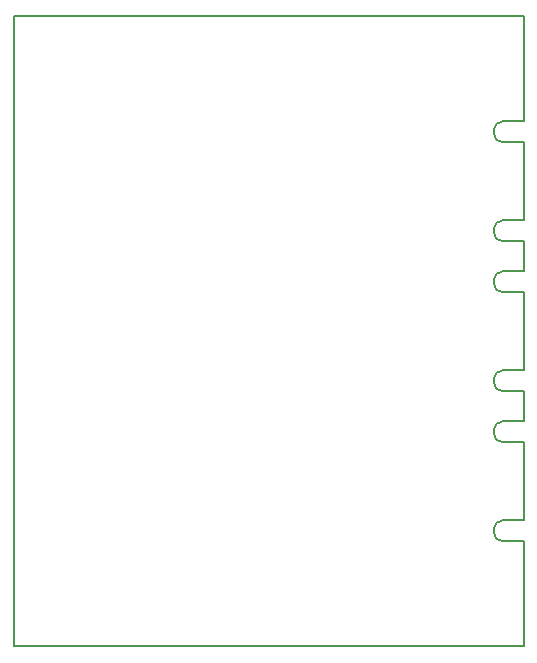
<source format=gm1>
G04 #@! TF.FileFunction,Profile,NP*
%FSLAX46Y46*%
G04 Gerber Fmt 4.6, Leading zero omitted, Abs format (unit mm)*
G04 Created by KiCad (PCBNEW 4.0.4-stable) date 12/09/17 18:10:45*
%MOMM*%
%LPD*%
G01*
G04 APERTURE LIST*
%ADD10C,0.100000*%
%ADD11C,0.150000*%
G04 APERTURE END LIST*
D10*
D11*
X157480000Y-93726000D02*
X157480000Y-93472000D01*
X157480000Y-81026000D02*
X157480000Y-80772000D01*
X157480000Y-89408000D02*
X157480000Y-89154000D01*
X157480000Y-102108000D02*
X157480000Y-101854000D01*
X157480000Y-106426000D02*
X157480000Y-106172000D01*
X157480000Y-114554000D02*
X157480000Y-114808000D01*
X157480000Y-114808000D02*
G75*
G03X158242000Y-115570000I762000J0D01*
G01*
X158242000Y-113792000D02*
G75*
G03X157480000Y-114554000I0J-762000D01*
G01*
X157480000Y-106426000D02*
G75*
G03X158242000Y-107188000I762000J0D01*
G01*
X158242000Y-105410000D02*
G75*
G03X157480000Y-106172000I0J-762000D01*
G01*
X157480000Y-102108000D02*
G75*
G03X158242000Y-102870000I762000J0D01*
G01*
X158242000Y-101092000D02*
G75*
G03X157480000Y-101854000I0J-762000D01*
G01*
X157480000Y-93726000D02*
G75*
G03X158242000Y-94488000I762000J0D01*
G01*
X158242000Y-92710000D02*
G75*
G03X157480000Y-93472000I0J-762000D01*
G01*
X157480000Y-89408000D02*
G75*
G03X158242000Y-90170000I762000J0D01*
G01*
X158242000Y-88392000D02*
G75*
G03X157480000Y-89154000I0J-762000D01*
G01*
X157480000Y-81026000D02*
G75*
G03X158242000Y-81788000I762000J0D01*
G01*
X158242000Y-80010000D02*
G75*
G03X157480000Y-80772000I0J-762000D01*
G01*
X160020000Y-115570000D02*
X160020000Y-124460000D01*
X160020000Y-107188000D02*
X160020000Y-113792000D01*
X160020000Y-102870000D02*
X160020000Y-105410000D01*
X160020000Y-94488000D02*
X160020000Y-101092000D01*
X160020000Y-90170000D02*
X160020000Y-92710000D01*
X160020000Y-81788000D02*
X160020000Y-88392000D01*
X160020000Y-71120000D02*
X160020000Y-80010000D01*
X160020000Y-115570000D02*
X158242000Y-115570000D01*
X160020000Y-113792000D02*
X158242000Y-113792000D01*
X160020000Y-107188000D02*
X158242000Y-107188000D01*
X160020000Y-105410000D02*
X158242000Y-105410000D01*
X160020000Y-102870000D02*
X158242000Y-102870000D01*
X160020000Y-101092000D02*
X158242000Y-101092000D01*
X160020000Y-90170000D02*
X158242000Y-90170000D01*
X160020000Y-80010000D02*
X158242000Y-80010000D01*
X160020000Y-81788000D02*
X158242000Y-81788000D01*
X160020000Y-94488000D02*
X158242000Y-94488000D01*
X160020000Y-92710000D02*
X158242000Y-92710000D01*
X160020000Y-88392000D02*
X158242000Y-88392000D01*
X160020000Y-71120000D02*
X116840000Y-71120000D01*
X116840000Y-124460000D02*
X160020000Y-124460000D01*
X116840000Y-71120000D02*
X116840000Y-124460000D01*
M02*

</source>
